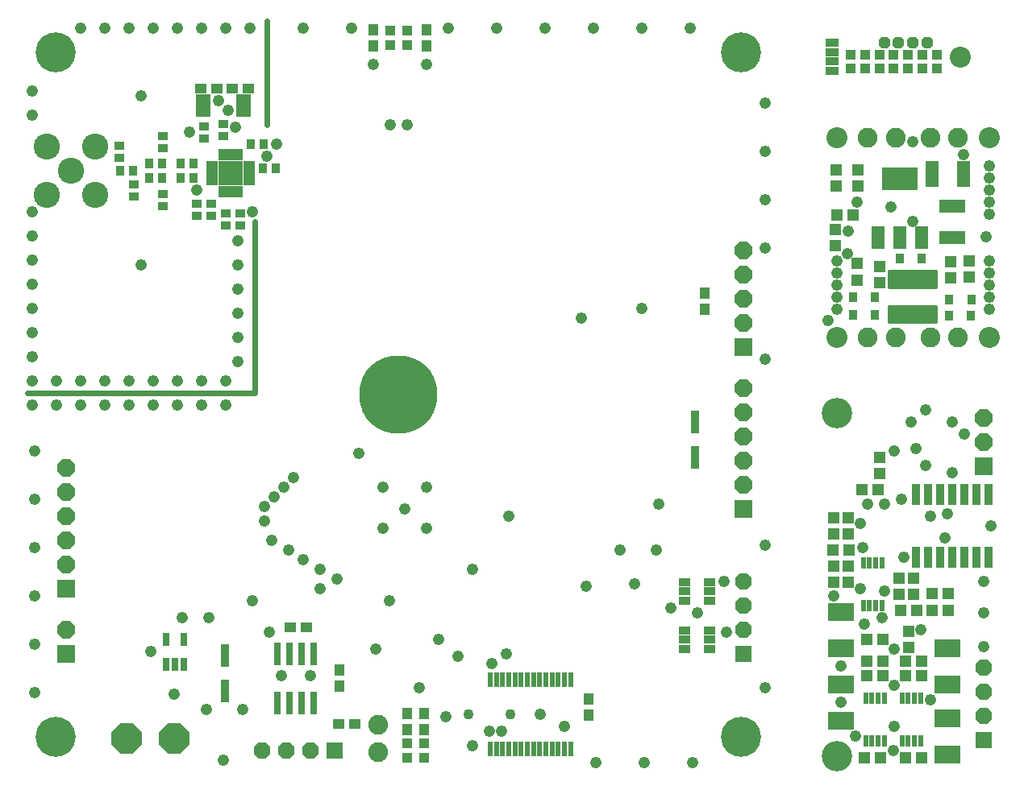
<source format=gts>
G75*
G70*
%OFA0B0*%
%FSLAX24Y24*%
%IPPOS*%
%LPD*%
%AMOC8*
5,1,8,0,0,1.08239X$1,22.5*
%
%ADD10C,0.0867*%
%ADD11C,0.1261*%
%ADD12C,0.1655*%
%ADD13C,0.3230*%
%ADD14C,0.0240*%
%ADD15C,0.0820*%
%ADD16R,0.0328X0.0407*%
%ADD17R,0.0474X0.0513*%
%ADD18R,0.1064X0.0552*%
%ADD19C,0.0158*%
%ADD20R,0.0560X0.0960*%
%ADD21R,0.1497X0.0946*%
%ADD22R,0.0552X0.1064*%
%ADD23R,0.0513X0.0474*%
%ADD24C,0.0480*%
%ADD25R,0.0580X0.0340*%
%ADD26R,0.0395X0.0395*%
%ADD27R,0.0237X0.0513*%
%ADD28R,0.0340X0.0880*%
%ADD29R,0.1064X0.0749*%
%ADD30R,0.0740X0.0740*%
%ADD31OC8,0.0740*%
%ADD32R,0.0674X0.0674*%
%ADD33OC8,0.0674*%
%ADD34R,0.0316X0.0946*%
%ADD35R,0.0395X0.0474*%
%ADD36R,0.0217X0.0630*%
%ADD37R,0.0474X0.0395*%
%ADD38C,0.0434*%
%ADD39R,0.0297X0.0552*%
%ADD40R,0.0336X0.0946*%
%ADD41OC8,0.1261*%
%ADD42R,0.0474X0.0190*%
%ADD43R,0.0190X0.0474*%
%ADD44R,0.1025X0.1025*%
%ADD45R,0.0592X0.0946*%
%ADD46R,0.0434X0.0356*%
%ADD47R,0.0356X0.0434*%
%ADD48C,0.1080*%
%ADD49R,0.0474X0.0356*%
%ADD50C,0.0476*%
%ADD51OC8,0.0476*%
D10*
X034008Y018260D03*
X040307Y018260D03*
X040307Y026528D03*
X039126Y029874D03*
X034008Y026528D03*
D11*
X034008Y015111D03*
X034008Y000937D03*
D12*
X001725Y001725D03*
X030071Y001725D03*
X030071Y030071D03*
X001725Y030071D03*
D13*
X015898Y015898D03*
D14*
X009950Y015950D02*
X009950Y023050D01*
X010450Y027050D02*
X010450Y031350D01*
X009950Y015950D02*
X000550Y015950D01*
D15*
X015050Y002220D03*
X015050Y001080D03*
X035300Y018260D03*
X036440Y018260D03*
X037875Y018260D03*
X039015Y018260D03*
X039015Y026528D03*
X037875Y026528D03*
X036440Y026528D03*
X035300Y026528D03*
D16*
X036621Y021515D03*
X037526Y021515D03*
X038670Y019816D03*
X038642Y019173D03*
X039548Y019173D03*
X039576Y019816D03*
X035601Y019916D03*
X035603Y019185D03*
X034697Y019185D03*
X034696Y019916D03*
D17*
X034871Y020642D03*
X035782Y020533D03*
X035782Y021202D03*
X034871Y021311D03*
X033966Y022067D03*
X033966Y022736D03*
X033981Y024534D03*
X033981Y025204D03*
X034900Y025204D03*
X034900Y024534D03*
X038727Y021386D03*
X038727Y020717D03*
X039494Y020760D03*
X039494Y021429D03*
X035795Y013285D03*
X035795Y012615D03*
X034495Y010785D03*
X033895Y010785D03*
X033895Y010115D03*
X034495Y010115D03*
X034495Y008785D03*
X033895Y008785D03*
X033895Y008115D03*
X034495Y008115D03*
X036595Y008285D03*
X037195Y008285D03*
X037195Y007615D03*
X036595Y007615D03*
X036995Y006085D03*
X036995Y005415D03*
D18*
X038789Y022406D03*
X038789Y023705D03*
D19*
X038089Y020999D02*
X036199Y020999D01*
X038089Y020999D02*
X038089Y020369D01*
X036199Y020369D01*
X036199Y020999D01*
X036199Y020526D02*
X038089Y020526D01*
X038089Y020683D02*
X036199Y020683D01*
X036199Y020840D02*
X038089Y020840D01*
X038089Y020997D02*
X036199Y020997D01*
X036199Y019542D02*
X038089Y019542D01*
X038089Y018912D01*
X036199Y018912D01*
X036199Y019542D01*
X036199Y019069D02*
X038089Y019069D01*
X038089Y019226D02*
X036199Y019226D01*
X036199Y019383D02*
X038089Y019383D01*
X038089Y019540D02*
X036199Y019540D01*
D20*
X036628Y022391D03*
X037538Y022391D03*
X035718Y022391D03*
D21*
X036628Y024831D03*
D22*
X037962Y025022D03*
X039261Y025022D03*
D23*
X034701Y023336D03*
X034031Y023336D03*
X035060Y011950D03*
X035730Y011950D03*
X034530Y009450D03*
X033860Y009450D03*
X036660Y006950D03*
X037330Y006950D03*
X037960Y006950D03*
X038630Y006950D03*
X038630Y007650D03*
X037960Y007650D03*
X035930Y005750D03*
X035260Y005750D03*
X035260Y004850D03*
X035930Y004850D03*
X035930Y004250D03*
X035260Y004250D03*
X036860Y004250D03*
X037530Y004250D03*
X037530Y004850D03*
X036860Y004850D03*
X036860Y000850D03*
X037530Y000850D03*
X035830Y000850D03*
X035160Y000850D03*
D24*
X034008Y019441D03*
X034008Y019941D03*
X034008Y020441D03*
X034008Y020941D03*
X034008Y021441D03*
X040307Y021441D03*
X040307Y020941D03*
X040307Y020441D03*
X040307Y019941D03*
X040307Y019441D03*
X040307Y023347D03*
X040307Y023847D03*
X040307Y024347D03*
X040307Y024847D03*
X040307Y025347D03*
D25*
X033811Y029284D03*
X033811Y029678D03*
X033811Y030071D03*
X033811Y030465D03*
D26*
X034599Y029973D03*
X035189Y029973D03*
X035780Y029973D03*
X036370Y029973D03*
X036370Y029382D03*
X035780Y029382D03*
X035189Y029382D03*
X034599Y029382D03*
X036961Y029382D03*
X037552Y029382D03*
X038142Y029382D03*
X038142Y029973D03*
X037552Y029973D03*
X036961Y029973D03*
X016250Y030355D03*
X016250Y030945D03*
X015550Y030945D03*
X015550Y030355D03*
X016250Y001445D03*
X016950Y001445D03*
X016950Y000855D03*
X016250Y000855D03*
D27*
X035111Y007164D03*
X035367Y007164D03*
X035623Y007164D03*
X035879Y007164D03*
X035879Y008936D03*
X035623Y008936D03*
X035367Y008936D03*
X035111Y008936D03*
X035211Y003336D03*
X035467Y003336D03*
X035723Y003336D03*
X035979Y003336D03*
X036711Y003336D03*
X036967Y003336D03*
X037223Y003336D03*
X037479Y003336D03*
X037479Y001564D03*
X037223Y001564D03*
X036967Y001564D03*
X036711Y001564D03*
X035979Y001564D03*
X035723Y001564D03*
X035467Y001564D03*
X035211Y001564D03*
D28*
X037295Y009145D03*
X037795Y009145D03*
X038295Y009145D03*
X038795Y009145D03*
X039295Y009145D03*
X039795Y009145D03*
X040295Y009145D03*
X040295Y011755D03*
X039795Y011755D03*
X039295Y011755D03*
X038795Y011755D03*
X038295Y011755D03*
X037795Y011755D03*
X037295Y011755D03*
D29*
X034195Y006898D03*
X034195Y005402D03*
X034195Y003898D03*
X034195Y002402D03*
X038595Y002498D03*
X038595Y001002D03*
X038595Y003902D03*
X038595Y005398D03*
D30*
X030150Y011150D03*
X030150Y017850D03*
X040095Y012930D03*
X002150Y007850D03*
X002150Y005150D03*
D31*
X002150Y006150D03*
X002150Y008850D03*
X002150Y009850D03*
X002150Y010850D03*
X002150Y011850D03*
X002150Y012850D03*
X030150Y013150D03*
X030150Y012150D03*
X030150Y014150D03*
X030150Y015150D03*
X030150Y016150D03*
X030150Y018850D03*
X030150Y019850D03*
X030150Y020850D03*
X030150Y021850D03*
X040095Y014930D03*
X040095Y013930D03*
D32*
X030150Y005150D03*
X040095Y001603D03*
X013250Y001150D03*
D33*
X012250Y001150D03*
X011250Y001150D03*
X010250Y001150D03*
X030150Y006150D03*
X030150Y007150D03*
X030150Y008150D03*
X040095Y004603D03*
X040095Y003603D03*
X040095Y002603D03*
D34*
X012400Y003126D03*
X011900Y003126D03*
X011400Y003126D03*
X010900Y003126D03*
X010900Y005174D03*
X011400Y005174D03*
X011900Y005174D03*
X012400Y005174D03*
D35*
X013450Y004485D03*
X013450Y003815D03*
X016250Y002685D03*
X016950Y002685D03*
X016950Y002015D03*
X016250Y002015D03*
X023750Y002615D03*
X023750Y003285D03*
X028550Y019415D03*
X028550Y020085D03*
X017050Y030315D03*
X017050Y030985D03*
X014850Y030985D03*
X014850Y030315D03*
D36*
X019687Y004089D03*
X019943Y004089D03*
X020198Y004089D03*
X020454Y004089D03*
X020710Y004089D03*
X020966Y004089D03*
X021222Y004089D03*
X021478Y004089D03*
X021734Y004089D03*
X021990Y004089D03*
X022246Y004089D03*
X022502Y004089D03*
X022757Y004089D03*
X023013Y004089D03*
X023013Y001211D03*
X022757Y001211D03*
X022502Y001211D03*
X022246Y001211D03*
X021990Y001211D03*
X021734Y001211D03*
X021478Y001211D03*
X021222Y001211D03*
X020966Y001211D03*
X020710Y001211D03*
X020454Y001211D03*
X020198Y001211D03*
X019943Y001211D03*
X019687Y001211D03*
D37*
X014085Y002250D03*
X013415Y002250D03*
X012085Y006250D03*
X011415Y006250D03*
X009685Y028550D03*
X009015Y028550D03*
X008385Y028550D03*
X007715Y028550D03*
D38*
X018784Y002650D03*
X020516Y002650D03*
D39*
X007024Y004738D03*
X006650Y004738D03*
X006276Y004738D03*
X006276Y005762D03*
X007024Y005762D03*
D40*
X008729Y005098D03*
X008729Y003641D03*
X028171Y013302D03*
X028171Y014759D03*
D41*
X006634Y001650D03*
X004666Y001650D03*
D42*
X008182Y024656D03*
X008182Y024853D03*
X008182Y025050D03*
X008182Y025247D03*
X008182Y025444D03*
X009718Y025444D03*
X009718Y025247D03*
X009718Y025050D03*
X009718Y024853D03*
X009718Y024656D03*
D43*
X009344Y024282D03*
X009147Y024282D03*
X008950Y024282D03*
X008753Y024282D03*
X008556Y024282D03*
X008556Y025818D03*
X008753Y025818D03*
X008950Y025818D03*
X009147Y025818D03*
X009344Y025818D03*
D44*
X008950Y025050D03*
D45*
X009477Y027850D03*
X007823Y027850D03*
D46*
X008650Y027106D03*
X008650Y026594D03*
X007850Y026494D03*
X007850Y027006D03*
X006150Y026606D03*
X006150Y026094D03*
X004350Y026206D03*
X004350Y025694D03*
X004950Y024606D03*
X004950Y024094D03*
X006150Y024206D03*
X006150Y023694D03*
X007550Y023806D03*
X007550Y023294D03*
X008150Y023294D03*
X008150Y023806D03*
X008750Y023406D03*
X009350Y023406D03*
X009350Y022894D03*
X008750Y022894D03*
D47*
X007406Y024850D03*
X006894Y024850D03*
X006894Y025450D03*
X007406Y025450D03*
X006106Y025450D03*
X005594Y025450D03*
X005594Y024850D03*
X006106Y024850D03*
X004906Y025150D03*
X004394Y025150D03*
X009794Y026250D03*
X010306Y026250D03*
X010294Y025250D03*
X010806Y025250D03*
D48*
X003350Y026150D03*
X002350Y025150D03*
X001350Y026150D03*
X001350Y024150D03*
X003350Y024150D03*
D49*
X027738Y008124D03*
X027738Y007750D03*
X027738Y007376D03*
X028762Y007376D03*
X028762Y007750D03*
X028762Y008124D03*
X028762Y006124D03*
X028762Y005750D03*
X028762Y005376D03*
X027738Y005376D03*
X027738Y005750D03*
X027738Y006124D03*
D50*
X028250Y006850D03*
X027150Y007050D03*
X025650Y008050D03*
X025050Y009450D03*
X026550Y009450D03*
X026650Y011350D03*
X029350Y008150D03*
X031050Y009650D03*
X033895Y007550D03*
X034995Y007850D03*
X035995Y007750D03*
X035895Y006650D03*
X035156Y006391D03*
X036395Y005350D03*
X037495Y006150D03*
X040095Y005450D03*
X040095Y006850D03*
X040095Y008150D03*
X038495Y009950D03*
X038595Y010950D03*
X037895Y010850D03*
X036695Y011550D03*
X035995Y011350D03*
X035295Y011350D03*
X034995Y010550D03*
X035095Y009550D03*
X036795Y009150D03*
X040395Y010450D03*
X038795Y012650D03*
X037695Y012950D03*
X037295Y013650D03*
X036395Y013550D03*
X037095Y014750D03*
X037695Y015250D03*
X038795Y014750D03*
X039295Y014250D03*
X033645Y018973D03*
X031050Y017350D03*
X025950Y019450D03*
X023450Y019050D03*
X031050Y021950D03*
X031050Y023950D03*
X031050Y025950D03*
X031050Y027950D03*
X027950Y031050D03*
X025950Y031050D03*
X023950Y031050D03*
X021950Y031050D03*
X019950Y031050D03*
X017950Y031050D03*
X017050Y029550D03*
X014850Y029550D03*
X013950Y031050D03*
X011950Y031050D03*
X009750Y031050D03*
X008750Y031050D03*
X007750Y031050D03*
X006750Y031050D03*
X005750Y031050D03*
X004750Y031050D03*
X003750Y031050D03*
X002750Y031050D03*
X000750Y028450D03*
X000750Y027450D03*
X005250Y028250D03*
X007250Y026750D03*
X008450Y028050D03*
X008850Y027650D03*
X009150Y026950D03*
X010450Y025750D03*
X010850Y026250D03*
X009207Y025278D03*
X009207Y024806D03*
X008696Y024806D03*
X008696Y025278D03*
X007550Y024350D03*
X009850Y023450D03*
X009250Y022250D03*
X009250Y021250D03*
X009250Y020250D03*
X009250Y019250D03*
X009250Y018250D03*
X009250Y017250D03*
X008750Y016450D03*
X008750Y015450D03*
X007750Y015450D03*
X006750Y015450D03*
X006750Y016450D03*
X007750Y016450D03*
X005750Y016450D03*
X004750Y016450D03*
X003750Y016450D03*
X003750Y015450D03*
X004750Y015450D03*
X005750Y015450D03*
X002750Y015450D03*
X001750Y015450D03*
X001750Y016450D03*
X002750Y016450D03*
X000750Y016450D03*
X000750Y015450D03*
X000850Y013550D03*
X000850Y011550D03*
X000850Y009550D03*
X000850Y007550D03*
X000850Y005550D03*
X000850Y003550D03*
X005650Y005250D03*
X006950Y006650D03*
X008050Y006650D03*
X009850Y007350D03*
X010550Y006050D03*
X012650Y007850D03*
X013350Y008250D03*
X012650Y008650D03*
X011950Y009050D03*
X011350Y009450D03*
X010650Y009850D03*
X010350Y010650D03*
X010350Y011250D03*
X010750Y011650D03*
X011150Y012050D03*
X011550Y012450D03*
X014250Y013450D03*
X015250Y012050D03*
X016150Y011150D03*
X017050Y012050D03*
X017050Y010350D03*
X015250Y010350D03*
X015535Y007351D03*
X017550Y005750D03*
X018350Y005050D03*
X019750Y004750D03*
X020350Y005150D03*
X021750Y002650D03*
X022750Y002150D03*
X024050Y000650D03*
X026050Y000650D03*
X028050Y000650D03*
X031050Y003750D03*
X034195Y003150D03*
X034795Y001750D03*
X036345Y001150D03*
X036395Y002150D03*
X037895Y003250D03*
X036395Y003850D03*
X034195Y004650D03*
X029450Y006050D03*
X023650Y007950D03*
X020450Y010850D03*
X018950Y008650D03*
X014950Y005350D03*
X016750Y003750D03*
X017850Y002550D03*
X018950Y001350D03*
X019650Y001950D03*
X020150Y001950D03*
X012250Y004250D03*
X011050Y004250D03*
X009450Y002850D03*
X007950Y002850D03*
X006634Y003505D03*
X008650Y000750D03*
X000750Y017450D03*
X000750Y018450D03*
X000750Y019450D03*
X000750Y020450D03*
X000750Y021450D03*
X000750Y022450D03*
X000750Y023450D03*
X005250Y021250D03*
X015550Y027050D03*
X016250Y027050D03*
X034495Y022673D03*
X034445Y021723D03*
X036245Y023673D03*
X037145Y023073D03*
X034845Y023873D03*
X037145Y026373D03*
X039245Y025823D03*
X040195Y022423D03*
D51*
X037748Y030465D03*
X037158Y030465D03*
X036567Y030465D03*
X035977Y030465D03*
M02*

</source>
